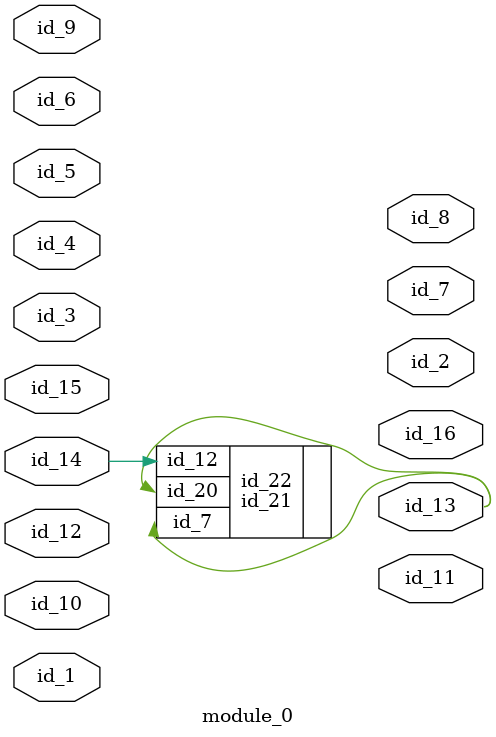
<source format=v>
`timescale 1 ps / 1ps
module module_0 (
    id_1,
    id_2,
    id_3,
    id_4,
    id_5,
    id_6,
    id_7,
    id_8,
    id_9,
    id_10,
    id_11,
    id_12,
    id_13,
    id_14,
    id_15,
    id_16
);
  output id_16;
  input id_15;
  input id_14;
  output id_13;
  input id_12;
  output id_11;
  input id_10;
  input id_9;
  output id_8;
  output id_7;
  input id_6;
  input id_5;
  input id_4;
  input id_3;
  output id_2;
  input id_1;
  id_17 id_18 (
      .id_6 (id_4),
      .id_11(id_3)
  );
  id_19 id_20 (
      .id_1(id_10),
      .id_3(1),
      .id_3(id_10)
  );
  id_21 id_22 (
      .id_7 (id_13),
      .id_12(id_14),
      .id_20(id_13)
  );
endmodule

</source>
